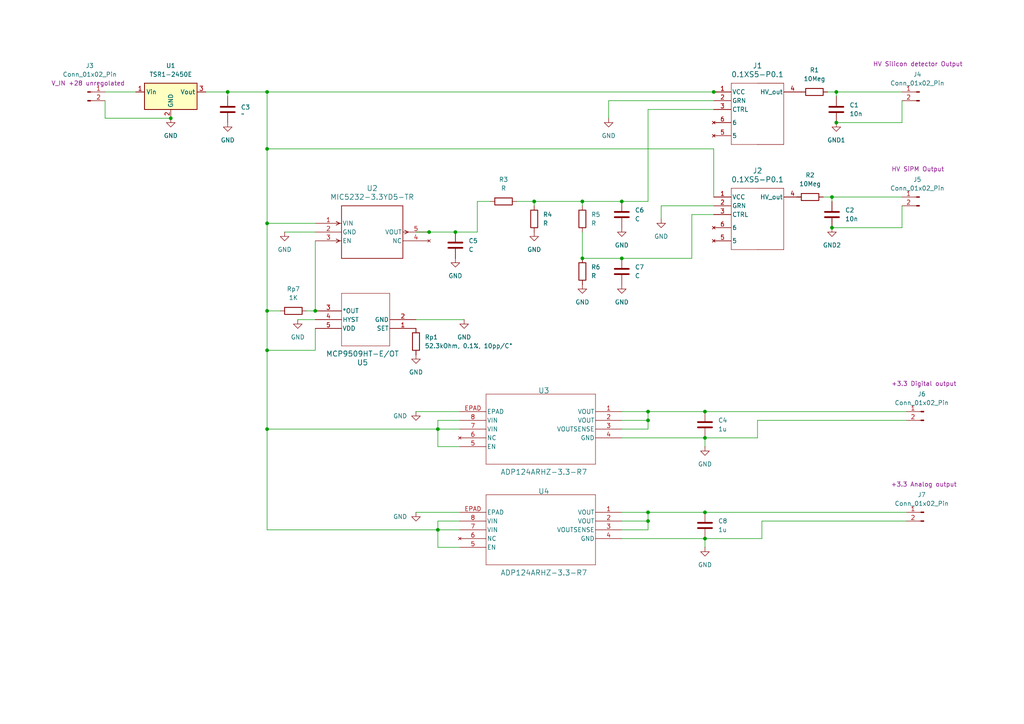
<source format=kicad_sch>
(kicad_sch (version 20231120) (generator "eeschema") (generator_version "8.0")
  (paper "A4")
  (title_block (title "PSS") (rev "0.0") (company "UNITN"))
  (lib_symbols
    (symbol "ADP124ARHZ_3_3_R7:ADP124ARHZ-3.3-R7" (pin_names (offset 0.254))
      (property "Reference" "U3" (at 22.606 6.096 0))
      (property "Value" "ADP124ARHZ-3.3-R7" (at 22.606 -17.526 0))
      (symbol "ADP124ARHZ-3.3-R7_0_1"
        (polyline (pts (xy 7.62 -15.24) (xy 39.37 -15.24)) (stroke (width 0.127)))
        (polyline (pts (xy 7.62 5.08) (xy 7.62 -15.24)) (stroke (width 0.127)))
        (polyline (pts (xy 39.37 -15.24) (xy 39.37 5.08)) (stroke (width 0.127)))
        (polyline (pts (xy 39.37 5.08) (xy 7.62 5.08)) (stroke (width 0.127)))
        (pin output line (at 0 0 0) (length 7.62) (name "VOUT") (number "1"))
        (pin output line (at 0 -2.54 0) (length 7.62) (name "VOUT") (number "2"))
        (pin output line (at 0 -5.08 0) (length 7.62) (name "VOUTSENSE") (number "3"))
        (pin power_in line (at 0 -7.62 0) (length 7.62) (name "GND") (number "4"))
        (pin input line (at 46.99 -10.16 180) (length 7.62) (name "EN") (number "5"))
        (pin no_connect line (at 46.99 -7.62 180) (length 7.62) (name "NC") (number "6"))
        (pin input line (at 46.99 -5.08 180) (length 7.62) (name "VIN") (number "7"))
        (pin input line (at 46.99 -2.54 180) (length 7.62) (name "VIN") (number "8"))
        (pin unspecified line (at 46.99 0 180) (length 7.62) (name "EPAD") (number "EPAD"))
      )
    )
    (symbol "Connector:Conn_01x02_Pin" (pin_names (offset 1.016) hide)
      (property "Reference" "J" (at 0 2.54 0))
      (property "Value" "Conn_01x02_Pin" (at 0 -5.08 0))
      (symbol "Conn_01x02_Pin_1_1"
        (polyline (pts (xy 1.27 -2.54) (xy 0.8636 -2.54)) (stroke (width 0.1524)))
        (polyline (pts (xy 1.27 0) (xy 0.8636 0)) (stroke (width 0.1524)))
        (rectangle (start 0.8636 -2.413) (end 0 -2.667) (stroke (width 0.1524)) (fill (type outline)))
        (rectangle (start 0.8636 0.127) (end 0 -0.127) (stroke (width 0.1524)) (fill (type outline)))
        (pin passive line (at 5.08 0 180) (length 3.81) (name "Pin_1") (number "1"))
        (pin passive line (at 5.08 -2.54 180) (length 3.81) (name "Pin_2") (number "2"))
      )
    )
    (symbol "Device:C" (pin_numbers hide) (pin_names (offset 0.254))
      (property "Reference" "C" (at 0.635 2.54 0))
      (property "Value" "C" (at 0.635 -2.54 0))
      (symbol "C_0_1"
        (polyline (pts (xy -2.032 -0.762) (xy 2.032 -0.762)) (stroke (width 0.508)))
        (polyline (pts (xy -2.032 0.762) (xy 2.032 0.762)) (stroke (width 0.508)))
      )
      (symbol "C_1_1"
        (pin passive line (at 0 3.81 270) (length 2.794) (name "~") (number "1"))
        (pin passive line (at 0 -3.81 90) (length 2.794) (name "~") (number "2"))
      )
    )
    (symbol "Device:R" (pin_numbers hide) (pin_names (offset 0))
      (property "Reference" "R" (at 2.032 0 90))
      (property "Value" "R" (at 0 0 90))
      (symbol "R_0_1"
        (rectangle (start -1.016 -2.54) (end 1.016 2.54) (stroke (width 0.254)))
      )
      (symbol "R_1_1"
        (pin passive line (at 0 3.81 270) (length 1.27) (name "~") (number "1"))
        (pin passive line (at 0 -3.81 90) (length 1.27) (name "~") (number "2"))
      )
    )
    (symbol "MCP9509HT_E_OT:MCP9509HT-E_OT" (pin_names (offset 0.254))
      (property "Reference" "U5" (at 15.494 9.906 0))
      (property "Value" "MCP9509HT-E/OT" (at 15.494 7.366 0))
      (symbol "MCP9509HT-E_OT_0_1"
        (polyline (pts (xy 7.62 -10.16) (xy 21.59 -10.16)) (stroke (width 0.127)))
        (polyline (pts (xy 7.62 5.08) (xy 7.62 -10.16)) (stroke (width 0.127)))
        (polyline (pts (xy 21.59 -10.16) (xy 21.59 5.08)) (stroke (width 0.127)))
        (polyline (pts (xy 21.59 5.08) (xy 7.62 5.08)) (stroke (width 0.127)))
        (pin input line (at 0 0 0) (length 7.62) (name "SET") (number "1"))
        (pin power_in line (at 0 -2.54 0) (length 7.62) (name "GND") (number "2"))
        (pin output line (at 29.21 -5.08 180) (length 7.62) (name "*OUT") (number "3"))
        (pin input line (at 29.21 -2.54 180) (length 7.62) (name "HYST") (number "4"))
        (pin power_in line (at 29.21 0 180) (length 7.62) (name "VDD") (number "5"))
      )
    )
    (symbol "MIC5232_3_3YD5_TR:MIC5232-3.3YD5-TR" (pin_names (offset 0.254))
      (property "Reference" "U2" (at 16.51 9.906 0))
      (property "Value" "MIC5232-3.3YD5-TR" (at 16.51 7.366 0))
      (symbol "MIC5232-3.3YD5-TR_0_1"
        (polyline (pts (xy 7.0993 -5.08) (xy 6.0579 -5.6007)) (stroke (width 0.2032)))
        (polyline (pts (xy 7.0993 -5.08) (xy 6.0579 -4.5593)) (stroke (width 0.2032)))
        (polyline (pts (xy 7.0993 0) (xy 6.0579 -0.5207)) (stroke (width 0.2032)))
        (polyline (pts (xy 7.0993 0) (xy 6.0579 0.5207)) (stroke (width 0.2032)))
        (polyline (pts (xy 7.62 -10.16) (xy 25.4 -10.16)) (stroke (width 0.2032)))
        (polyline (pts (xy 7.62 5.08) (xy 7.62 -10.16)) (stroke (width 0.2032)))
        (polyline (pts (xy 25.4 -10.16) (xy 25.4 5.08)) (stroke (width 0.2032)))
        (polyline (pts (xy 25.4 5.08) (xy 7.62 5.08)) (stroke (width 0.2032)))
        (polyline (pts (xy 25.9207 -3.0607) (xy 26.9621 -2.54)) (stroke (width 0.2032)))
        (polyline (pts (xy 25.9207 -2.0193) (xy 26.9621 -2.54)) (stroke (width 0.2032)))
        (pin input line (at 0 0 0) (length 7.62) (name "VIN") (number "1"))
        (pin power_in line (at 0 -2.54 0) (length 7.62) (name "GND") (number "2"))
        (pin input line (at 0 -5.08 0) (length 7.62) (name "EN") (number "3"))
        (pin no_connect line (at 33.02 -5.08 180) (length 7.62) (name "NC") (number "4"))
        (pin output line (at 33.02 -2.54 180) (length 7.62) (name "VOUT") (number "5"))
      )
    )
    (symbol "Regulator_Switching:TSR1-2450E"
      (property "Reference" "U" (at -7.62 6.35 0))
      (property "Value" "TSR1-2450E" (at -3.81 6.35 0))
      (symbol "TSR1-2450E_0_1"
        (rectangle (start -7.62 5.08) (end 7.62 -2.54) (stroke (width 0.254)) (fill (type background)))
      )
      (symbol "TSR1-2450E_1_1"
        (pin power_in line (at -10.16 2.54 0) (length 2.54) (name "Vin") (number "1"))
        (pin power_in line (at 0 -5.08 90) (length 2.54) (name "GND") (number "2"))
        (pin power_out line (at 10.16 2.54 180) (length 2.54) (name "Vout") (number "3"))
      )
    )
    (symbol "componenti_ausiliari:0.1XS5-P0.1" (pin_names (offset 0.254))
      (property "Reference" "J" (at 11.938 6.35 0))
      (property "Value" "0.1XS5-P0.1" (at 12.954 -20.066 0))
      (symbol "0.1XS5-P0.1_0_1"
        (polyline (pts (xy 5.08 -15.24) (xy 12.7 -15.24)) (stroke (width 0.127)))
        (polyline (pts (xy 5.08 2.54) (xy 5.08 -15.24)) (stroke (width 0.127)))
        (polyline (pts (xy 12.7 2.54) (xy 5.08 2.54)) (stroke (width 0.127)))
        (polyline (pts (xy 20.32 -15.24) (xy 20.32 2.54)) (stroke (width 0.127)))
      )
      (symbol "0.1XS5-P0.1_1_1"
        (polyline (pts (xy 12.7 -15.24) (xy 20.32 -15.24)))
        (polyline (pts (xy 20.32 2.54) (xy 12.7 2.54)))
        (pin power_in line (at 0 0 0) (length 5.08) (name "VCC") (number "1"))
        (pin input line (at 0 -2.54 0) (length 5.08) (name "GRN") (number "2"))
        (pin unspecified line (at 0 -5.08 0) (length 5.08) (name "CTRL") (number "3"))
        (pin unspecified line (at 25.4 0 180) (length 5.08) (name "HV_out") (number "4"))
        (pin no_connect line (at 0 -12.7 0) (length 5.08) (name "5") (number "5"))
        (pin no_connect line (at 0 -8.89 0) (length 5.08) (name "6") (number "6"))
      )
    )
    (symbol "power:GND" (power) (pin_numbers hide) (pin_names (offset 0) hide)
      (property "Value" "GND" (at 0 -3.81 0))
      (symbol "GND_0_1"
        (polyline (pts (xy 0 0) (xy 0 -1.27) (xy 1.27 -1.27) (xy 0 -2.54) (xy -1.27 -1.27) (xy 0 -1.27)))
      )
      (symbol "GND_1_1"
        (pin power_in line (at 0 0 270) (length 0) (name "~") (number "1"))
      )
    )
    (symbol "power:GND1" (power) (pin_numbers hide) (pin_names (offset 0) hide)
      (property "Value" "GND1" (at 0 -3.81 0))
      (symbol "GND1_0_1"
        (polyline (pts (xy 0 0) (xy 0 -1.27) (xy 1.27 -1.27) (xy 0 -2.54) (xy -1.27 -1.27) (xy 0 -1.27)))
      )
      (symbol "GND1_1_1"
        (pin power_in line (at 0 0 270) (length 0) (name "~") (number "1"))
      )
    )
    (symbol "power:GND2" (power) (pin_numbers hide) (pin_names (offset 0) hide)
      (property "Value" "GND2" (at 0 -3.81 0))
      (symbol "GND2_0_1"
        (polyline (pts (xy 0 0) (xy 0 -1.27) (xy 1.27 -1.27) (xy 0 -2.54) (xy -1.27 -1.27) (xy 0 -1.27)))
      )
      (symbol "GND2_1_1"
        (pin power_in line (at 0 0 270) (length 0) (name "~") (number "1"))
      )
    )
  )
  (junction (at 241.3 57.15))
  (junction (at 242.57 35.56))
  (junction (at 77.47 43.18))
  (junction (at 204.47 119.38))
  (junction (at 91.44 90.17))
  (junction (at 124.46 67.31))
  (junction (at 77.47 26.67))
  (junction (at 207.01 26.67))
  (junction (at 187.96 148.59))
  (junction (at 49.53 34.29))
  (junction (at 127 124.46))
  (junction (at 180.34 74.93))
  (junction (at 77.47 90.17))
  (junction (at 242.57 26.67))
  (junction (at 168.91 74.93))
  (junction (at 154.94 58.42))
  (junction (at 168.91 58.42))
  (junction (at 132.08 67.31))
  (junction (at 204.47 148.59))
  (junction (at 204.47 156.21))
  (junction (at 66.04 26.67))
  (junction (at 77.47 64.77))
  (junction (at 241.3 66.04))
  (junction (at 204.47 127))
  (junction (at 77.47 124.46))
  (junction (at 187.96 151.13))
  (junction (at 187.96 121.92))
  (junction (at 180.34 58.42))
  (junction (at 77.47 101.6))
  (junction (at 127 153.67))
  (junction (at 187.96 119.38))
  (wire (pts (xy 180.34 153.67) (xy 187.96 153.67)))
  (wire (pts (xy 86.36 92.71) (xy 91.44 92.71)))
  (wire (pts (xy 262.89 151.13) (xy 220.98 151.13)))
  (wire (pts (xy 180.34 121.92) (xy 187.96 121.92)))
  (wire (pts (xy 120.65 148.59) (xy 133.35 148.59)))
  (wire (pts (xy 187.96 148.59) (xy 204.47 148.59)))
  (wire (pts (xy 168.91 58.42) (xy 180.34 58.42)))
  (wire (pts (xy 200.66 74.93) (xy 200.66 62.23)))
  (wire (pts (xy 180.34 74.93) (xy 200.66 74.93)))
  (wire (pts (xy 207.01 59.69) (xy 191.77 59.69)))
  (wire (pts (xy 168.91 67.31) (xy 168.91 74.93)))
  (wire (pts (xy 204.47 148.59) (xy 262.89 148.59)))
  (wire (pts (xy 127 158.75) (xy 133.35 158.75)))
  (wire (pts (xy 154.94 58.42) (xy 154.94 59.69)))
  (wire (pts (xy 242.57 35.56) (xy 261.62 35.56)))
  (wire (pts (xy 204.47 156.21) (xy 204.47 158.75)))
  (wire (pts (xy 219.71 127) (xy 204.47 127)))
  (wire (pts (xy 127 124.46) (xy 127 121.92)))
  (wire (pts (xy 207.01 29.21) (xy 176.53 29.21)))
  (wire (pts (xy 127 124.46) (xy 127 129.54)))
  (wire (pts (xy 187.96 119.38) (xy 187.96 121.92)))
  (wire (pts (xy 180.34 156.21) (xy 204.47 156.21)))
  (wire (pts (xy 77.47 26.67) (xy 207.01 26.67)))
  (wire (pts (xy 124.46 67.31) (xy 132.08 67.31)))
  (wire (pts (xy 180.34 151.13) (xy 187.96 151.13)))
  (wire (pts (xy 204.47 127) (xy 204.47 129.54)))
  (wire (pts (xy 124.46 67.31) (xy 120.65 67.31)))
  (wire (pts (xy 91.44 69.85) (xy 91.44 90.17)))
  (wire (pts (xy 30.48 29.21) (xy 30.48 34.29)))
  (wire (pts (xy 187.96 58.42) (xy 187.96 31.75)))
  (wire (pts (xy 187.96 148.59) (xy 187.96 151.13)))
  (wire (pts (xy 77.47 101.6) (xy 91.44 101.6)))
  (wire (pts (xy 77.47 43.18) (xy 207.01 43.18)))
  (wire (pts (xy 191.77 59.69) (xy 191.77 63.5)))
  (wire (pts (xy 176.53 29.21) (xy 176.53 34.29)))
  (wire (pts (xy 127 129.54) (xy 133.35 129.54)))
  (wire (pts (xy 220.98 151.13) (xy 220.98 156.21)))
  (wire (pts (xy 127 153.67) (xy 127 151.13)))
  (wire (pts (xy 262.89 121.92) (xy 219.71 121.92)))
  (wire (pts (xy 242.57 26.67) (xy 261.62 26.67)))
  (wire (pts (xy 149.86 58.42) (xy 154.94 58.42)))
  (wire (pts (xy 207.01 43.18) (xy 207.01 57.15)))
  (wire (pts (xy 261.62 35.56) (xy 261.62 29.21)))
  (wire (pts (xy 187.96 151.13) (xy 187.96 153.67)))
  (wire (pts (xy 127 151.13) (xy 133.35 151.13)))
  (wire (pts (xy 204.47 119.38) (xy 262.89 119.38)))
  (wire (pts (xy 77.47 124.46) (xy 77.47 153.67)))
  (wire (pts (xy 77.47 26.67) (xy 77.47 43.18)))
  (wire (pts (xy 180.34 119.38) (xy 187.96 119.38)))
  (wire (pts (xy 127 153.67) (xy 127 158.75)))
  (wire (pts (xy 241.3 57.15) (xy 241.3 58.42)))
  (wire (pts (xy 207.01 26.67) (xy 208.28 26.67)))
  (wire (pts (xy 180.34 124.46) (xy 187.96 124.46)))
  (wire (pts (xy 127 124.46) (xy 133.35 124.46)))
  (wire (pts (xy 30.48 26.67) (xy 39.37 26.67)))
  (wire (pts (xy 261.62 66.04) (xy 261.62 59.69)))
  (wire (pts (xy 77.47 90.17) (xy 81.28 90.17)))
  (wire (pts (xy 241.3 57.15) (xy 261.62 57.15)))
  (wire (pts (xy 242.57 26.67) (xy 242.57 27.94)))
  (wire (pts (xy 187.96 119.38) (xy 204.47 119.38)))
  (wire (pts (xy 138.43 58.42) (xy 142.24 58.42)))
  (wire (pts (xy 187.96 31.75) (xy 207.01 31.75)))
  (wire (pts (xy 120.65 119.38) (xy 133.35 119.38)))
  (wire (pts (xy 77.47 43.18) (xy 77.47 64.77)))
  (wire (pts (xy 88.9 90.17) (xy 91.44 90.17)))
  (wire (pts (xy 187.96 121.92) (xy 187.96 124.46)))
  (wire (pts (xy 180.34 58.42) (xy 187.96 58.42)))
  (wire (pts (xy 134.62 92.71) (xy 120.65 92.71)))
  (wire (pts (xy 180.34 148.59) (xy 187.96 148.59)))
  (wire (pts (xy 66.04 26.67) (xy 66.04 27.94)))
  (wire (pts (xy 127 121.92) (xy 133.35 121.92)))
  (wire (pts (xy 77.47 64.77) (xy 77.47 90.17)))
  (wire (pts (xy 91.44 95.25) (xy 91.44 101.6)))
  (wire (pts (xy 204.47 156.21) (xy 220.98 156.21)))
  (wire (pts (xy 180.34 127) (xy 204.47 127)))
  (wire (pts (xy 77.47 153.67) (xy 127 153.67)))
  (wire (pts (xy 82.55 67.31) (xy 91.44 67.31)))
  (wire (pts (xy 138.43 67.31) (xy 132.08 67.31)))
  (wire (pts (xy 77.47 64.77) (xy 91.44 64.77)))
  (wire (pts (xy 168.91 58.42) (xy 168.91 59.69)))
  (wire (pts (xy 30.48 34.29) (xy 49.53 34.29)))
  (wire (pts (xy 59.69 26.67) (xy 66.04 26.67)))
  (wire (pts (xy 77.47 90.17) (xy 77.47 101.6)))
  (wire (pts (xy 138.43 58.42) (xy 138.43 67.31)))
  (wire (pts (xy 200.66 62.23) (xy 207.01 62.23)))
  (wire (pts (xy 241.3 66.04) (xy 261.62 66.04)))
  (wire (pts (xy 154.94 58.42) (xy 168.91 58.42)))
  (wire (pts (xy 168.91 74.93) (xy 180.34 74.93)))
  (wire (pts (xy 77.47 124.46) (xy 127 124.46)))
  (wire (pts (xy 238.76 57.15) (xy 241.3 57.15)))
  (wire (pts (xy 127 153.67) (xy 133.35 153.67)))
  (wire (pts (xy 77.47 101.6) (xy 77.47 124.46)))
  (wire (pts (xy 231.14 57.15) (xy 232.41 57.15)))
  (wire (pts (xy 219.71 121.92) (xy 219.71 127)))
  (wire (pts (xy 240.03 26.67) (xy 242.57 26.67)))
  (wire (pts (xy 66.04 26.67) (xy 77.47 26.67)))
  (symbol (lib_id "power:GND") (at 204.47 129.54 0) (unit 1)
    (property "Reference" "#PWR015" (effects (hide yes)))
    (property "Value" "GND" (at 204.47 134.62 0))
    (property "Description" "Power symbol creates a global label with name \"GND\" , ground" (effects (hide yes)))
  )
  (symbol (lib_id "power:GND") (at 49.53 34.29 0) (unit 1)
    (property "Reference" "#PWR01" (effects (hide yes)))
    (property "Value" "GND" (at 49.53 39.37 0))
    (property "Description" "Power symbol creates a global label with name \"GND\" , ground" (effects (hide yes)))
  )
  (symbol (lib_id "Connector:Conn_01x02_Pin") (at 266.7 26.67 0) (mirror y) (unit 1)
    (property "Reference" "J4" (at 266.065 21.59 0))
    (property "Value" "Conn_01x02_Pin" (at 266.065 24.13 0))
    (property "Description" "HV Silicon detector Output " (at 266.7 18.542 0))
  )
  (symbol (lib_id "MCP9509HT_E_OT:MCP9509HT-E_OT") (at 120.65 95.25 180) (unit 1)
    (property "Reference" "U5" (at 105.156 105.156 0) (effects (font (size 1.524 1.524))))
    (property "Value" "MCP9509HT-E/OT" (at 105.156 102.616 0) (effects (font (size 1.524 1.524))))
    (property "Footprint" "SOT-23-5_MC_MCH" (effects (hide yes)))
    (property "Datasheet" "MCP9509HT-E/OT" (effects (hide yes)))
  )
  (symbol (lib_id "power:GND") (at 120.65 148.59 0) (unit 1)
    (property "Reference" "#PWR014" (effects (hide yes)))
    (property "Value" "GND" (at 118.11 149.8599 0) (effects (justify right)))
    (property "Description" "Power symbol creates a global label with name \"GND\" , ground" (effects (hide yes)))
  )
  (symbol (lib_id "componenti_ausiliari:0.1XS5-P0.1") (at 207.01 26.67 0) (unit 1)
    (property "Reference" "J1" (at 219.71 19.05 0) (effects (font (size 1.524 1.524))))
    (property "Value" "0.1XS5-P0.1" (at 219.71 21.59 0) (effects (font (size 1.524 1.524))))
    (property "Footprint" "componenti_aggiuntivi:CONN4_XS5-P0.1_ULT" (effects (hide yes)))
    (property "Datasheet" "0.1XS5-P0.1" (effects (hide yes)))
  )
  (symbol (lib_id "Device:R") (at 234.95 57.15 90) (unit 1)
    (property "Reference" "R2" (at 234.95 50.8 90))
    (property "Value" "10Meg" (at 234.95 53.34 90))
    (property "Footprint" "Resistor_SMD:R_1206_3216Metric" (effects (hide yes)))
    (property "Description" "Resistor" (effects (hide yes)))
  )
  (symbol (lib_id "power:GND") (at 66.04 35.56 0) (unit 1)
    (property "Reference" "#PWR06" (effects (hide yes)))
    (property "Value" "GND" (at 66.04 40.64 0))
    (property "Description" "Power symbol creates a global label with name \"GND\" , ground" (effects (hide yes)))
  )
  (symbol (lib_id "Device:C") (at 180.34 62.23 0) (unit 1)
    (property "Reference" "C6" (at 184.15 60.9599 0) (effects (justify left)))
    (property "Value" "C" (at 184.15 63.4999 0) (effects (justify left)))
    (property "Description" "Unpolarized capacitor" (effects (hide yes)))
  )
  (symbol (lib_id "power:GND") (at 86.36 92.71 0) (unit 1)
    (property "Reference" "#PWR018" (effects (hide yes)))
    (property "Value" "GND" (at 86.36 97.79 0))
    (property "Description" "Power symbol creates a global label with name \"GND\" , ground" (effects (hide yes)))
  )
  (symbol (lib_id "power:GND") (at 168.91 82.55 0) (unit 1)
    (property "Reference" "#PWR010" (effects (hide yes)))
    (property "Value" "GND" (at 168.91 87.63 0))
    (property "Description" "Power symbol creates a global label with name \"GND\" , ground" (effects (hide yes)))
  )
  (symbol (lib_id "Device:R") (at 236.22 26.67 90) (unit 1)
    (property "Reference" "R1" (at 236.22 20.32 90))
    (property "Value" "10Meg" (at 236.22 22.86 90))
    (property "Footprint" "Resistor_SMD:R_1206_3216Metric" (effects (hide yes)))
    (property "Description" "Resistor" (effects (hide yes)))
  )
  (symbol (lib_id "power:GND") (at 82.55 67.31 0) (unit 1)
    (property "Reference" "#PWR08" (effects (hide yes)))
    (property "Value" "GND" (at 82.55 72.39 0))
    (property "Description" "Power symbol creates a global label with name \"GND\" , ground" (effects (hide yes)))
  )
  (symbol (lib_id "Device:C") (at 204.47 152.4 0) (unit 1)
    (property "Reference" "C8" (at 208.28 151.1299 0) (effects (justify left)))
    (property "Value" "1u" (at 208.28 153.6699 0) (effects (justify left)))
    (property "Footprint" "Capacitor_SMD:C_0805_2012Metric" (effects (hide yes)))
    (property "Description" "X5R 6.3V " (effects (hide yes)))
  )
  (symbol (lib_id "Device:R") (at 168.91 63.5 0) (unit 1)
    (property "Reference" "R5" (at 171.45 62.2299 0) (effects (justify left)))
    (property "Value" "R" (at 171.45 64.7699 0) (effects (justify left)))
    (property "Description" "Resistor" (effects (hide yes)))
  )
  (symbol (lib_id "ADP124ARHZ_3_3_R7:ADP124ARHZ-3.3-R7") (at 180.34 148.59 0) (mirror y) (unit 1)
    (property "Reference" "U4" (at 157.734 142.494 0) (effects (font (size 1.524 1.524))))
    (property "Value" "ADP124ARHZ-3.3-R7" (at 157.734 166.116 0) (effects (font (size 1.524 1.524))))
    (property "Datasheet" "ADP124ARHZ-3.3-R7" (effects (hide yes)))
  )
  (symbol (lib_id "Device:R") (at 85.09 90.17 90) (unit 1)
    (property "Reference" "Rp7" (at 85.09 83.82 90))
    (property "Value" "1K" (at 85.09 86.36 90))
    (property "Description" "Resistor" (effects (hide yes)))
  )
  (symbol (lib_id "power:GND") (at 204.47 158.75 0) (unit 1)
    (property "Reference" "#PWR016" (effects (hide yes)))
    (property "Value" "GND" (at 204.47 163.83 0))
    (property "Description" "Power symbol creates a global label with name \"GND\" , ground" (effects (hide yes)))
  )
  (symbol (lib_id "Device:R") (at 154.94 63.5 0) (unit 1)
    (property "Reference" "R4" (at 157.48 62.2299 0) (effects (justify left)))
    (property "Value" "R" (at 157.48 64.7699 0) (effects (justify left)))
    (property "Description" "Resistor" (effects (hide yes)))
  )
  (symbol (lib_id "power:GND") (at 120.65 102.87 0) (unit 1)
    (property "Reference" "#PWR019" (effects (hide yes)))
    (property "Value" "GND" (at 120.65 107.95 0))
    (property "Description" "Power symbol creates a global label with name \"GND\" , ground" (effects (hide yes)))
  )
  (symbol (lib_id "Device:R") (at 146.05 58.42 90) (unit 1)
    (property "Reference" "R3" (at 146.05 52.07 90))
    (property "Value" "R" (at 146.05 54.61 90))
    (property "Description" "Resistor" (effects (hide yes)))
  )
  (symbol (lib_id "power:GND1") (at 242.57 35.56 0) (unit 1)
    (property "Reference" "#PWR04" (effects (hide yes)))
    (property "Value" "GND1" (at 242.57 40.64 0))
    (property "Description" "Power symbol creates a global label with name \"GND1\" , ground" (effects (hide yes)))
  )
  (symbol (lib_id "Device:C") (at 204.47 123.19 0) (unit 1)
    (property "Reference" "C4" (at 208.28 121.9199 0) (effects (justify left)))
    (property "Value" "1u" (at 208.28 124.4599 0) (effects (justify left)))
    (property "Footprint" "Capacitor_SMD:C_0805_2012Metric" (effects (hide yes)))
    (property "Description" "X5R 6.3V " (effects (hide yes)))
  )
  (symbol (lib_id "Device:R") (at 168.91 78.74 0) (unit 1)
    (property "Reference" "R6" (at 171.45 77.4699 0) (effects (justify left)))
    (property "Value" "R" (at 171.45 80.0099 0) (effects (justify left)))
    (property "Description" "Resistor" (effects (hide yes)))
  )
  (symbol (lib_id "power:GND") (at 120.65 119.38 0) (unit 1)
    (property "Reference" "#PWR07" (effects (hide yes)))
    (property "Value" "GND" (at 118.11 120.6499 0) (effects (justify right)))
    (property "Description" "Power symbol creates a global label with name \"GND\" , ground" (effects (hide yes)))
  )
  (symbol (lib_id "Connector:Conn_01x02_Pin") (at 267.97 119.38 0) (mirror y) (unit 1)
    (property "Reference" "J6" (at 267.335 114.3 0))
    (property "Value" "Conn_01x02_Pin" (at 267.335 116.84 0))
    (property "Description" "+3.3 Digital output" (at 267.97 111.252 0))
  )
  (symbol (lib_id "Device:R") (at 120.65 99.06 180) (unit 1)
    (property "Reference" "Rp1" (at 123.19 97.7899 0) (effects (justify right)))
    (property "Value" "52.3kOhm, 0.1%, 10pp/C°" (at 123.19 100.3299 0) (effects (justify right)))
    (property "Description" "Resistor" (effects (hide yes)))
  )
  (symbol (lib_id "Device:C") (at 242.57 31.75 0) (unit 1)
    (property "Reference" "C1" (at 246.38 30.4799 0) (effects (justify left)))
    (property "Value" "10n" (at 246.38 33.0199 0) (effects (justify left)))
    (property "Footprint" "Capacitor_SMD:C_1206_3216Metric" (effects (hide yes)))
    (property "Description" "Unpolarized capacitor" (effects (hide yes)))
  )
  (symbol (lib_id "power:GND2") (at 241.3 66.04 0) (unit 1)
    (property "Reference" "#PWR05" (effects (hide yes)))
    (property "Value" "GND2" (at 241.3 71.12 0))
    (property "Description" "Power symbol creates a global label with name \"GND2\" , ground" (effects (hide yes)))
  )
  (symbol (lib_id "power:GND") (at 134.62 92.71 0) (unit 1)
    (property "Reference" "#PWR017" (effects (hide yes)))
    (property "Value" "GND" (at 134.62 97.79 0))
    (property "Description" "Power symbol creates a global label with name \"GND\" , ground" (effects (hide yes)))
  )
  (symbol (lib_id "Device:C") (at 241.3 62.23 0) (unit 1)
    (property "Reference" "C2" (at 245.11 60.9599 0) (effects (justify left)))
    (property "Value" "10n" (at 245.11 63.4999 0) (effects (justify left)))
    (property "Footprint" "Capacitor_SMD:C_1206_3216Metric" (effects (hide yes)))
    (property "Description" "Unpolarized capacitor" (effects (hide yes)))
  )
  (symbol (lib_id "ADP124ARHZ_3_3_R7:ADP124ARHZ-3.3-R7") (at 180.34 119.38 0) (mirror y) (unit 1)
    (property "Reference" "U3" (at 157.734 113.284 0) (effects (font (size 1.524 1.524))))
    (property "Value" "ADP124ARHZ-3.3-R7" (at 157.734 136.906 0) (effects (font (size 1.524 1.524))))
    (property "Datasheet" "ADP124ARHZ-3.3-R7" (effects (hide yes)))
  )
  (symbol (lib_id "componenti_ausiliari:0.1XS5-P0.1") (at 207.01 57.15 0) (unit 1)
    (property "Reference" "J2" (at 219.71 49.53 0) (effects (font (size 1.524 1.524))))
    (property "Value" "0.1XS5-P0.1" (at 219.71 52.07 0) (effects (font (size 1.524 1.524))))
    (property "Footprint" "componenti_aggiuntivi:CONN4_XS5-P0.1_ULT" (effects (hide yes)))
    (property "Datasheet" "0.1XS5-P0.1" (effects (hide yes)))
  )
  (symbol (lib_id "Device:C") (at 132.08 71.12 0) (unit 1)
    (property "Reference" "C5" (at 135.89 69.8499 0) (effects (justify left)))
    (property "Value" "C" (at 135.89 72.3899 0) (effects (justify left)))
    (property "Description" "Unpolarized capacitor" (effects (hide yes)))
  )
  (symbol (lib_id "Connector:Conn_01x02_Pin") (at 25.4 26.67 0) (unit 1)
    (property "Reference" "J3" (at 26.035 19.05 0))
    (property "Value" "Conn_01x02_Pin" (at 26.035 21.59 0))
    (property "Description" "V_IN +28 unregolated " (at 26.035 24.13 0))
  )
  (symbol (lib_id "Device:C") (at 180.34 78.74 0) (unit 1)
    (property "Reference" "C7" (at 184.15 77.4699 0) (effects (justify left)))
    (property "Value" "C" (at 184.15 80.0099 0) (effects (justify left)))
    (property "Description" "Unpolarized capacitor" (effects (hide yes)))
  )
  (symbol (lib_id "Device:C") (at 66.04 31.75 0) (unit 1)
    (property "Reference" "C3" (at 69.85 31.1149 0) (effects (justify left)))
    (property "Value" "~" (at 69.85 33.02 0) (effects (justify left)))
    (property "Footprint" "Capacitor_SMD:C_0805_2012Metric" (effects (hide yes)))
    (property "Description" "X5R 6.3V " (effects (hide yes)))
  )
  (symbol (lib_id "power:GND") (at 154.94 67.31 0) (unit 1)
    (property "Reference" "#PWR013" (effects (hide yes)))
    (property "Value" "GND" (at 154.94 72.39 0))
    (property "Description" "Power symbol creates a global label with name \"GND\" , ground" (effects (hide yes)))
  )
  (symbol (lib_id "power:GND") (at 132.08 74.93 0) (unit 1)
    (property "Reference" "#PWR012" (effects (hide yes)))
    (property "Value" "GND" (at 132.08 80.01 0))
    (property "Description" "Power symbol creates a global label with name \"GND\" , ground" (effects (hide yes)))
  )
  (symbol (lib_id "Connector:Conn_01x02_Pin") (at 266.7 57.15 0) (mirror y) (unit 1)
    (property "Reference" "J5" (at 266.065 52.07 0))
    (property "Value" "Conn_01x02_Pin" (at 266.065 54.61 0))
    (property "Description" "HV SiPM Output " (at 266.7 49.022 0))
  )
  (symbol (lib_id "power:GND") (at 180.34 66.04 0) (unit 1)
    (property "Reference" "#PWR09" (effects (hide yes)))
    (property "Value" "GND" (at 180.34 71.12 0))
    (property "Description" "Power symbol creates a global label with name \"GND\" , ground" (effects (hide yes)))
  )
  (symbol (lib_id "Connector:Conn_01x02_Pin") (at 267.97 148.59 0) (mirror y) (unit 1)
    (property "Reference" "J7" (at 267.335 143.51 0))
    (property "Value" "Conn_01x02_Pin" (at 267.335 146.05 0))
    (property "Description" "+3.3 Analog output" (at 267.97 140.462 0))
  )
  (symbol (lib_id "power:GND") (at 180.34 82.55 0) (unit 1)
    (property "Reference" "#PWR011" (effects (hide yes)))
    (property "Value" "GND" (at 180.34 87.63 0))
    (property "Description" "Power symbol creates a global label with name \"GND\" , ground" (effects (hide yes)))
  )
  (symbol (lib_id "MIC5232_3_3YD5_TR:MIC5232-3.3YD5-TR") (at 91.44 64.77 0) (unit 1)
    (property "Reference" "U2" (at 107.95 54.61 0) (effects (font (size 1.524 1.524))))
    (property "Value" "MIC5232-3.3YD5-TR" (at 107.95 57.15 0) (effects (font (size 1.524 1.524))))
    (property "Datasheet" "MIC5232-3.3YD5-TR" (effects (hide yes)))
  )
  (symbol (lib_id "power:GND") (at 176.53 34.29 0) (unit 1)
    (property "Reference" "#PWR02" (effects (hide yes)))
    (property "Value" "GND" (at 176.53 39.37 0))
    (property "Description" "Power symbol creates a global label with name \"GND\" , ground" (effects (hide yes)))
  )
  (symbol (lib_id "power:GND") (at 191.77 63.5 0) (unit 1)
    (property "Reference" "#PWR03" (effects (hide yes)))
    (property "Value" "GND" (at 191.77 68.58 0))
    (property "Description" "Power symbol creates a global label with name \"GND\" , ground" (effects (hide yes)))
  )
  (symbol (lib_id "Regulator_Switching:TSR1-2450E") (at 49.53 29.21 0) (unit 1)
    (property "Reference" "U1" (at 49.53 19.05 0))
    (property "Value" "TSR1-2450E" (at 49.53 21.59 0))
    (property "Footprint" "Converter_DCDC:Converter_DCDC_TRACO_TSR1-xxxxE_THT" (effects (hide yes)))
    (property "Datasheet" "https://www.tracopower.com/products/tsr1e.pdf" (effects (hide yes)))
    (property "Description" "1A step-down regulator, fixed 5V output voltage, 7-36V input voltage, TO-220 compatible LM78xx replacement" (effects (hide yes)))
  )
)
</source>
